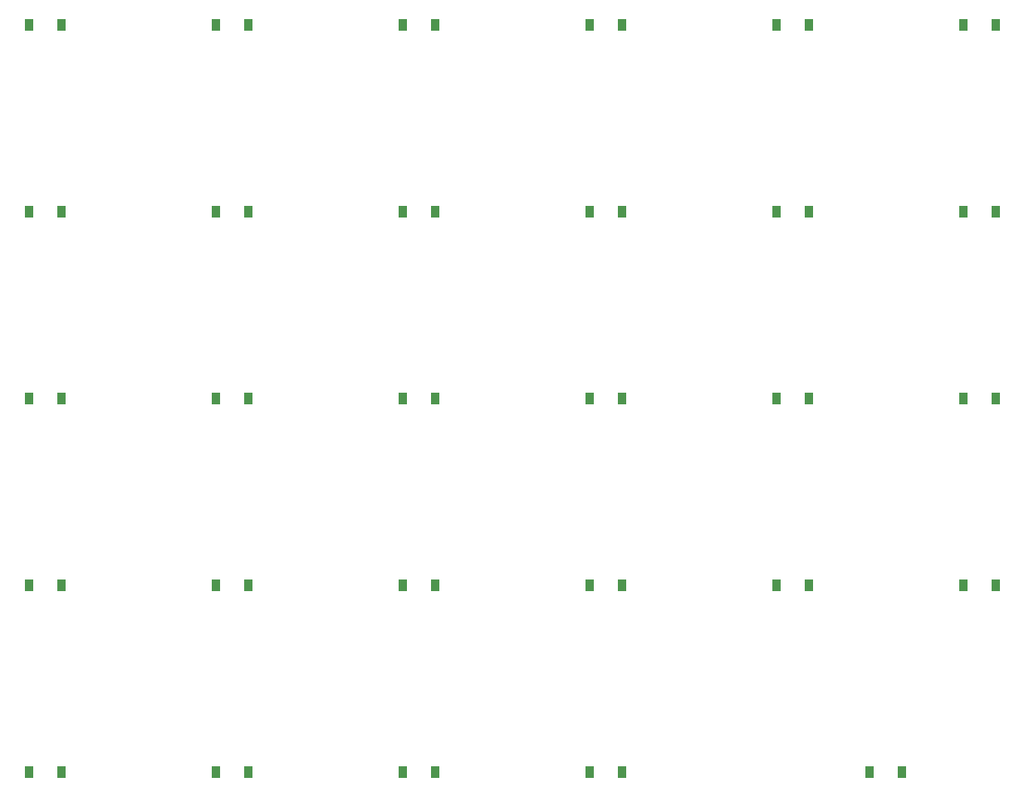
<source format=gtp>
%TF.GenerationSoftware,KiCad,Pcbnew,9.0.4*%
%TF.CreationDate,2025-09-30T19:49:13-05:00*%
%TF.ProjectId,keyboard,6b657962-6f61-4726-942e-6b696361645f,v1.0.0*%
%TF.SameCoordinates,Original*%
%TF.FileFunction,Paste,Top*%
%TF.FilePolarity,Positive*%
%FSLAX46Y46*%
G04 Gerber Fmt 4.6, Leading zero omitted, Abs format (unit mm)*
G04 Created by KiCad (PCBNEW 9.0.4) date 2025-09-30 19:49:13*
%MOMM*%
%LPD*%
G01*
G04 APERTURE LIST*
%ADD10R,0.900000X1.200000*%
G04 APERTURE END LIST*
D10*
%TO.C,D29*%
X243600000Y-78800000D03*
X246900000Y-78800000D03*
%TD*%
%TO.C,D26*%
X243600000Y-135950000D03*
X246900000Y-135950000D03*
%TD*%
%TO.C,D16*%
X205500000Y-155000000D03*
X208800000Y-155000000D03*
%TD*%
%TO.C,D11*%
X186450000Y-155000000D03*
X189750000Y-155000000D03*
%TD*%
%TO.C,D2*%
X148350000Y-135950000D03*
X151650000Y-135950000D03*
%TD*%
%TO.C,D7*%
X167400000Y-135950000D03*
X170700000Y-135950000D03*
%TD*%
%TO.C,D18*%
X205500000Y-116900000D03*
X208800000Y-116900000D03*
%TD*%
%TO.C,D21*%
X224550000Y-135950000D03*
X227850000Y-135950000D03*
%TD*%
%TO.C,D5*%
X148350000Y-78800000D03*
X151650000Y-78800000D03*
%TD*%
%TO.C,D10*%
X167400000Y-78800000D03*
X170700000Y-78800000D03*
%TD*%
%TO.C,D27*%
X243600000Y-116900000D03*
X246900000Y-116900000D03*
%TD*%
%TO.C,D13*%
X186450000Y-116900000D03*
X189750000Y-116900000D03*
%TD*%
%TO.C,D17*%
X205500000Y-135950000D03*
X208800000Y-135950000D03*
%TD*%
%TO.C,D20*%
X205500000Y-78800000D03*
X208800000Y-78800000D03*
%TD*%
%TO.C,D6*%
X167400000Y-155000000D03*
X170700000Y-155000000D03*
%TD*%
%TO.C,D4*%
X148350000Y-97850000D03*
X151650000Y-97850000D03*
%TD*%
%TO.C,D14*%
X186450000Y-97850000D03*
X189750000Y-97850000D03*
%TD*%
%TO.C,D28*%
X243600000Y-97850000D03*
X246900000Y-97850000D03*
%TD*%
%TO.C,D19*%
X205500000Y-97850000D03*
X208800000Y-97850000D03*
%TD*%
%TO.C,D12*%
X186450000Y-135950000D03*
X189750000Y-135950000D03*
%TD*%
%TO.C,D9*%
X167400000Y-97850000D03*
X170700000Y-97850000D03*
%TD*%
%TO.C,D3*%
X148350000Y-116900000D03*
X151650000Y-116900000D03*
%TD*%
%TO.C,D22*%
X224550000Y-116900000D03*
X227850000Y-116900000D03*
%TD*%
%TO.C,D8*%
X167400000Y-116900000D03*
X170700000Y-116900000D03*
%TD*%
%TO.C,D23*%
X224550000Y-97850000D03*
X227850000Y-97850000D03*
%TD*%
%TO.C,D15*%
X186450000Y-78800000D03*
X189750000Y-78800000D03*
%TD*%
%TO.C,D1*%
X148350000Y-155000000D03*
X151650000Y-155000000D03*
%TD*%
%TO.C,D24*%
X224550000Y-78800000D03*
X227850000Y-78800000D03*
%TD*%
%TO.C,D25*%
X234075000Y-155000000D03*
X237375000Y-155000000D03*
%TD*%
M02*

</source>
